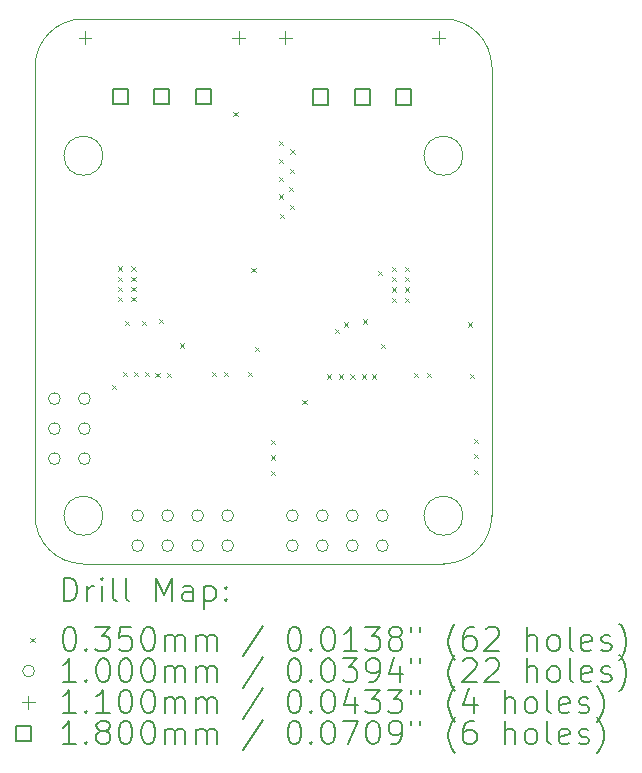
<source format=gbr>
%TF.GenerationSoftware,KiCad,Pcbnew,7.0.1*%
%TF.CreationDate,2023-08-31T02:32:48+03:00*%
%TF.ProjectId,miranda-pdb,6d697261-6e64-4612-9d70-64622e6b6963,rev?*%
%TF.SameCoordinates,Original*%
%TF.FileFunction,Drillmap*%
%TF.FilePolarity,Positive*%
%FSLAX45Y45*%
G04 Gerber Fmt 4.5, Leading zero omitted, Abs format (unit mm)*
G04 Created by KiCad (PCBNEW 7.0.1) date 2023-08-31 02:32:48*
%MOMM*%
%LPD*%
G01*
G04 APERTURE LIST*
%ADD10C,0.100000*%
%ADD11C,0.200000*%
%ADD12C,0.035000*%
%ADD13C,0.110000*%
%ADD14C,0.180000*%
G04 APERTURE END LIST*
D10*
X7960360Y-12954000D02*
G75*
G03*
X8366760Y-13360400I406400J0D01*
G01*
X11419840Y-13360400D02*
G75*
G03*
X11826240Y-12954000I0J406400D01*
G01*
X8366760Y-8747760D02*
G75*
G03*
X7960360Y-9154160I0J-406400D01*
G01*
X11826240Y-9154160D02*
G75*
G03*
X11419840Y-8747760I-406400J0D01*
G01*
X8366760Y-13360400D02*
X11419840Y-13360400D01*
X7960360Y-9154160D02*
X7960360Y-12954000D01*
X11419840Y-8747760D02*
X8366760Y-8747760D01*
X11826240Y-9154160D02*
X11826240Y-12954000D01*
X11582400Y-12954000D02*
G75*
G03*
X11582400Y-12954000I-165100J0D01*
G01*
X8534400Y-12954000D02*
G75*
G03*
X8534400Y-12954000I-165100J0D01*
G01*
X8534400Y-9906000D02*
G75*
G03*
X8534400Y-9906000I-165100J0D01*
G01*
X11582400Y-9906000D02*
G75*
G03*
X11582400Y-9906000I-165100J0D01*
G01*
D11*
D12*
X8608340Y-11844300D02*
X8643340Y-11879300D01*
X8643340Y-11844300D02*
X8608340Y-11879300D01*
X8664220Y-10843540D02*
X8699220Y-10878540D01*
X8699220Y-10843540D02*
X8664220Y-10878540D01*
X8664220Y-10929900D02*
X8699220Y-10964900D01*
X8699220Y-10929900D02*
X8664220Y-10964900D01*
X8664220Y-11016260D02*
X8699220Y-11051260D01*
X8699220Y-11016260D02*
X8664220Y-11051260D01*
X8664220Y-11102620D02*
X8699220Y-11137620D01*
X8699220Y-11102620D02*
X8664220Y-11137620D01*
X8704860Y-11737620D02*
X8739860Y-11772620D01*
X8739860Y-11737620D02*
X8704860Y-11772620D01*
X8717560Y-11302200D02*
X8752560Y-11337200D01*
X8752560Y-11302200D02*
X8717560Y-11337200D01*
X8775980Y-10843540D02*
X8810980Y-10878540D01*
X8810980Y-10843540D02*
X8775980Y-10878540D01*
X8775980Y-10929900D02*
X8810980Y-10964900D01*
X8810980Y-10929900D02*
X8775980Y-10964900D01*
X8775980Y-11016260D02*
X8810980Y-11051260D01*
X8810980Y-11016260D02*
X8775980Y-11051260D01*
X8775980Y-11102620D02*
X8810980Y-11137620D01*
X8810980Y-11102620D02*
X8775980Y-11137620D01*
X8796300Y-11737620D02*
X8831300Y-11772620D01*
X8831300Y-11737620D02*
X8796300Y-11772620D01*
X8864880Y-11302200D02*
X8899880Y-11337200D01*
X8899880Y-11302200D02*
X8864880Y-11337200D01*
X8887740Y-11737620D02*
X8922740Y-11772620D01*
X8922740Y-11737620D02*
X8887740Y-11772620D01*
X8979180Y-11742700D02*
X9014180Y-11777700D01*
X9014180Y-11742700D02*
X8979180Y-11777700D01*
X9012200Y-11286960D02*
X9047200Y-11321960D01*
X9047200Y-11286960D02*
X9012200Y-11321960D01*
X9075700Y-11742700D02*
X9110700Y-11777700D01*
X9110700Y-11742700D02*
X9075700Y-11777700D01*
X9184920Y-11495240D02*
X9219920Y-11530240D01*
X9219920Y-11495240D02*
X9184920Y-11530240D01*
X9454160Y-11739080D02*
X9489160Y-11774080D01*
X9489160Y-11739080D02*
X9454160Y-11774080D01*
X9560840Y-11739080D02*
X9595840Y-11774080D01*
X9595840Y-11739080D02*
X9560840Y-11774080D01*
X9639580Y-9532900D02*
X9674580Y-9567900D01*
X9674580Y-9532900D02*
X9639580Y-9567900D01*
X9764040Y-11734000D02*
X9799040Y-11769000D01*
X9799040Y-11734000D02*
X9764040Y-11769000D01*
X9791980Y-10858780D02*
X9826980Y-10893780D01*
X9826980Y-10858780D02*
X9791980Y-10893780D01*
X9825000Y-11525720D02*
X9860000Y-11560720D01*
X9860000Y-11525720D02*
X9825000Y-11560720D01*
X9959620Y-12311660D02*
X9994620Y-12346660D01*
X9994620Y-12311660D02*
X9959620Y-12346660D01*
X9959620Y-12443740D02*
X9994620Y-12478740D01*
X9994620Y-12443740D02*
X9959620Y-12478740D01*
X9959620Y-12575820D02*
X9994620Y-12610820D01*
X9994620Y-12575820D02*
X9959620Y-12610820D01*
X10025660Y-9781820D02*
X10060660Y-9816820D01*
X10060660Y-9781820D02*
X10025660Y-9816820D01*
X10025660Y-9934220D02*
X10060660Y-9969220D01*
X10060660Y-9934220D02*
X10025660Y-9969220D01*
X10025660Y-10086620D02*
X10060660Y-10121620D01*
X10060660Y-10086620D02*
X10025660Y-10121620D01*
X10025660Y-10233940D02*
X10060660Y-10268940D01*
X10060660Y-10233940D02*
X10025660Y-10268940D01*
X10030740Y-10401580D02*
X10065740Y-10436580D01*
X10065740Y-10401580D02*
X10030740Y-10436580D01*
X10112020Y-10172980D02*
X10147020Y-10207980D01*
X10147020Y-10172980D02*
X10112020Y-10207980D01*
X10117100Y-10015500D02*
X10152100Y-10050500D01*
X10152100Y-10015500D02*
X10117100Y-10050500D01*
X10117100Y-10320300D02*
X10152100Y-10355300D01*
X10152100Y-10320300D02*
X10117100Y-10355300D01*
X10122180Y-9852940D02*
X10157180Y-9887940D01*
X10157180Y-9852940D02*
X10122180Y-9887940D01*
X10223780Y-11976380D02*
X10258780Y-12011380D01*
X10258780Y-11976380D02*
X10223780Y-12011380D01*
X10432060Y-11757940D02*
X10467060Y-11792940D01*
X10467060Y-11757940D02*
X10432060Y-11792940D01*
X10500640Y-11373320D02*
X10535640Y-11408320D01*
X10535640Y-11373320D02*
X10500640Y-11408320D01*
X10533660Y-11757940D02*
X10568660Y-11792940D01*
X10568660Y-11757940D02*
X10533660Y-11792940D01*
X10576840Y-11317440D02*
X10611840Y-11352440D01*
X10611840Y-11317440D02*
X10576840Y-11352440D01*
X10630180Y-11757940D02*
X10665180Y-11792940D01*
X10665180Y-11757940D02*
X10630180Y-11792940D01*
X10726700Y-11757940D02*
X10761700Y-11792940D01*
X10761700Y-11757940D02*
X10726700Y-11792940D01*
X10734320Y-11292040D02*
X10769320Y-11327040D01*
X10769320Y-11292040D02*
X10734320Y-11327040D01*
X10813060Y-11757940D02*
X10848060Y-11792940D01*
X10848060Y-11757940D02*
X10813060Y-11792940D01*
X10863860Y-10884180D02*
X10898860Y-10919180D01*
X10898860Y-10884180D02*
X10863860Y-10919180D01*
X10886720Y-11500320D02*
X10921720Y-11535320D01*
X10921720Y-11500320D02*
X10886720Y-11535320D01*
X10980700Y-10848620D02*
X11015700Y-10883620D01*
X11015700Y-10848620D02*
X10980700Y-10883620D01*
X10980700Y-10934980D02*
X11015700Y-10969980D01*
X11015700Y-10934980D02*
X10980700Y-10969980D01*
X10980700Y-11021340D02*
X11015700Y-11056340D01*
X11015700Y-11021340D02*
X10980700Y-11056340D01*
X10980700Y-11107700D02*
X11015700Y-11142700D01*
X11015700Y-11107700D02*
X10980700Y-11142700D01*
X11092460Y-10848620D02*
X11127460Y-10883620D01*
X11127460Y-10848620D02*
X11092460Y-10883620D01*
X11092460Y-10934980D02*
X11127460Y-10969980D01*
X11127460Y-10934980D02*
X11092460Y-10969980D01*
X11092460Y-11021340D02*
X11127460Y-11056340D01*
X11127460Y-11021340D02*
X11092460Y-11056340D01*
X11092460Y-11107700D02*
X11127460Y-11142700D01*
X11127460Y-11107700D02*
X11092460Y-11142700D01*
X11171200Y-11744160D02*
X11206200Y-11779160D01*
X11206200Y-11744160D02*
X11171200Y-11779160D01*
X11277880Y-11744160D02*
X11312880Y-11779160D01*
X11312880Y-11744160D02*
X11277880Y-11779160D01*
X11623320Y-11317440D02*
X11658320Y-11352440D01*
X11658320Y-11317440D02*
X11623320Y-11352440D01*
X11641100Y-11754320D02*
X11676100Y-11789320D01*
X11676100Y-11754320D02*
X11641100Y-11789320D01*
X11676660Y-12301500D02*
X11711660Y-12336500D01*
X11711660Y-12301500D02*
X11676660Y-12336500D01*
X11676660Y-12433580D02*
X11711660Y-12468580D01*
X11711660Y-12433580D02*
X11676660Y-12468580D01*
X11676660Y-12565660D02*
X11711660Y-12600660D01*
X11711660Y-12565660D02*
X11676660Y-12600660D01*
D10*
X8174040Y-11961900D02*
G75*
G03*
X8174040Y-11961900I-50000J0D01*
G01*
X8174040Y-12215900D02*
G75*
G03*
X8174040Y-12215900I-50000J0D01*
G01*
X8174040Y-12469900D02*
G75*
G03*
X8174040Y-12469900I-50000J0D01*
G01*
X8428040Y-11961900D02*
G75*
G03*
X8428040Y-11961900I-50000J0D01*
G01*
X8428040Y-12215900D02*
G75*
G03*
X8428040Y-12215900I-50000J0D01*
G01*
X8428040Y-12469900D02*
G75*
G03*
X8428040Y-12469900I-50000J0D01*
G01*
X8878040Y-12952880D02*
G75*
G03*
X8878040Y-12952880I-50000J0D01*
G01*
X8878040Y-13206880D02*
G75*
G03*
X8878040Y-13206880I-50000J0D01*
G01*
X9132040Y-12952880D02*
G75*
G03*
X9132040Y-12952880I-50000J0D01*
G01*
X9132040Y-13206880D02*
G75*
G03*
X9132040Y-13206880I-50000J0D01*
G01*
X9386040Y-12952880D02*
G75*
G03*
X9386040Y-12952880I-50000J0D01*
G01*
X9386040Y-13206880D02*
G75*
G03*
X9386040Y-13206880I-50000J0D01*
G01*
X9640040Y-12952880D02*
G75*
G03*
X9640040Y-12952880I-50000J0D01*
G01*
X9640040Y-13206880D02*
G75*
G03*
X9640040Y-13206880I-50000J0D01*
G01*
X10188680Y-12952880D02*
G75*
G03*
X10188680Y-12952880I-50000J0D01*
G01*
X10188680Y-13206880D02*
G75*
G03*
X10188680Y-13206880I-50000J0D01*
G01*
X10442680Y-12952880D02*
G75*
G03*
X10442680Y-12952880I-50000J0D01*
G01*
X10442680Y-13206880D02*
G75*
G03*
X10442680Y-13206880I-50000J0D01*
G01*
X10696680Y-12952880D02*
G75*
G03*
X10696680Y-12952880I-50000J0D01*
G01*
X10696680Y-13206880D02*
G75*
G03*
X10696680Y-13206880I-50000J0D01*
G01*
X10950680Y-12952880D02*
G75*
G03*
X10950680Y-12952880I-50000J0D01*
G01*
X10950680Y-13206880D02*
G75*
G03*
X10950680Y-13206880I-50000J0D01*
G01*
D13*
X8382760Y-8853160D02*
X8382760Y-8963160D01*
X8327760Y-8908160D02*
X8437760Y-8908160D01*
X9682760Y-8853160D02*
X9682760Y-8963160D01*
X9627760Y-8908160D02*
X9737760Y-8908160D01*
X10078960Y-8853600D02*
X10078960Y-8963600D01*
X10023960Y-8908600D02*
X10133960Y-8908600D01*
X11378960Y-8853600D02*
X11378960Y-8963600D01*
X11323960Y-8908600D02*
X11433960Y-8908600D01*
D14*
X8746400Y-9471800D02*
X8746400Y-9344520D01*
X8619120Y-9344520D01*
X8619120Y-9471800D01*
X8746400Y-9471800D01*
X9096400Y-9471800D02*
X9096400Y-9344520D01*
X8969120Y-9344520D01*
X8969120Y-9471800D01*
X9096400Y-9471800D01*
X9446400Y-9471800D02*
X9446400Y-9344520D01*
X9319120Y-9344520D01*
X9319120Y-9471800D01*
X9446400Y-9471800D01*
X10442600Y-9472240D02*
X10442600Y-9344960D01*
X10315320Y-9344960D01*
X10315320Y-9472240D01*
X10442600Y-9472240D01*
X10792600Y-9472240D02*
X10792600Y-9344960D01*
X10665320Y-9344960D01*
X10665320Y-9472240D01*
X10792600Y-9472240D01*
X11142600Y-9472240D02*
X11142600Y-9344960D01*
X11015320Y-9344960D01*
X11015320Y-9472240D01*
X11142600Y-9472240D01*
D11*
X8202979Y-13677924D02*
X8202979Y-13477924D01*
X8202979Y-13477924D02*
X8250598Y-13477924D01*
X8250598Y-13477924D02*
X8279169Y-13487448D01*
X8279169Y-13487448D02*
X8298217Y-13506495D01*
X8298217Y-13506495D02*
X8307741Y-13525543D01*
X8307741Y-13525543D02*
X8317265Y-13563638D01*
X8317265Y-13563638D02*
X8317265Y-13592209D01*
X8317265Y-13592209D02*
X8307741Y-13630305D01*
X8307741Y-13630305D02*
X8298217Y-13649352D01*
X8298217Y-13649352D02*
X8279169Y-13668400D01*
X8279169Y-13668400D02*
X8250598Y-13677924D01*
X8250598Y-13677924D02*
X8202979Y-13677924D01*
X8402979Y-13677924D02*
X8402979Y-13544590D01*
X8402979Y-13582686D02*
X8412503Y-13563638D01*
X8412503Y-13563638D02*
X8422027Y-13554114D01*
X8422027Y-13554114D02*
X8441074Y-13544590D01*
X8441074Y-13544590D02*
X8460122Y-13544590D01*
X8526789Y-13677924D02*
X8526789Y-13544590D01*
X8526789Y-13477924D02*
X8517265Y-13487448D01*
X8517265Y-13487448D02*
X8526789Y-13496971D01*
X8526789Y-13496971D02*
X8536312Y-13487448D01*
X8536312Y-13487448D02*
X8526789Y-13477924D01*
X8526789Y-13477924D02*
X8526789Y-13496971D01*
X8650598Y-13677924D02*
X8631550Y-13668400D01*
X8631550Y-13668400D02*
X8622027Y-13649352D01*
X8622027Y-13649352D02*
X8622027Y-13477924D01*
X8755360Y-13677924D02*
X8736312Y-13668400D01*
X8736312Y-13668400D02*
X8726789Y-13649352D01*
X8726789Y-13649352D02*
X8726789Y-13477924D01*
X8983931Y-13677924D02*
X8983931Y-13477924D01*
X8983931Y-13477924D02*
X9050598Y-13620781D01*
X9050598Y-13620781D02*
X9117265Y-13477924D01*
X9117265Y-13477924D02*
X9117265Y-13677924D01*
X9298217Y-13677924D02*
X9298217Y-13573162D01*
X9298217Y-13573162D02*
X9288693Y-13554114D01*
X9288693Y-13554114D02*
X9269646Y-13544590D01*
X9269646Y-13544590D02*
X9231550Y-13544590D01*
X9231550Y-13544590D02*
X9212503Y-13554114D01*
X9298217Y-13668400D02*
X9279170Y-13677924D01*
X9279170Y-13677924D02*
X9231550Y-13677924D01*
X9231550Y-13677924D02*
X9212503Y-13668400D01*
X9212503Y-13668400D02*
X9202979Y-13649352D01*
X9202979Y-13649352D02*
X9202979Y-13630305D01*
X9202979Y-13630305D02*
X9212503Y-13611257D01*
X9212503Y-13611257D02*
X9231550Y-13601733D01*
X9231550Y-13601733D02*
X9279170Y-13601733D01*
X9279170Y-13601733D02*
X9298217Y-13592209D01*
X9393455Y-13544590D02*
X9393455Y-13744590D01*
X9393455Y-13554114D02*
X9412503Y-13544590D01*
X9412503Y-13544590D02*
X9450598Y-13544590D01*
X9450598Y-13544590D02*
X9469646Y-13554114D01*
X9469646Y-13554114D02*
X9479170Y-13563638D01*
X9479170Y-13563638D02*
X9488693Y-13582686D01*
X9488693Y-13582686D02*
X9488693Y-13639828D01*
X9488693Y-13639828D02*
X9479170Y-13658876D01*
X9479170Y-13658876D02*
X9469646Y-13668400D01*
X9469646Y-13668400D02*
X9450598Y-13677924D01*
X9450598Y-13677924D02*
X9412503Y-13677924D01*
X9412503Y-13677924D02*
X9393455Y-13668400D01*
X9574408Y-13658876D02*
X9583931Y-13668400D01*
X9583931Y-13668400D02*
X9574408Y-13677924D01*
X9574408Y-13677924D02*
X9564884Y-13668400D01*
X9564884Y-13668400D02*
X9574408Y-13658876D01*
X9574408Y-13658876D02*
X9574408Y-13677924D01*
X9574408Y-13554114D02*
X9583931Y-13563638D01*
X9583931Y-13563638D02*
X9574408Y-13573162D01*
X9574408Y-13573162D02*
X9564884Y-13563638D01*
X9564884Y-13563638D02*
X9574408Y-13554114D01*
X9574408Y-13554114D02*
X9574408Y-13573162D01*
D12*
X7920360Y-13987900D02*
X7955360Y-14022900D01*
X7955360Y-13987900D02*
X7920360Y-14022900D01*
D11*
X8241074Y-13897924D02*
X8260122Y-13897924D01*
X8260122Y-13897924D02*
X8279169Y-13907448D01*
X8279169Y-13907448D02*
X8288693Y-13916971D01*
X8288693Y-13916971D02*
X8298217Y-13936019D01*
X8298217Y-13936019D02*
X8307741Y-13974114D01*
X8307741Y-13974114D02*
X8307741Y-14021733D01*
X8307741Y-14021733D02*
X8298217Y-14059828D01*
X8298217Y-14059828D02*
X8288693Y-14078876D01*
X8288693Y-14078876D02*
X8279169Y-14088400D01*
X8279169Y-14088400D02*
X8260122Y-14097924D01*
X8260122Y-14097924D02*
X8241074Y-14097924D01*
X8241074Y-14097924D02*
X8222027Y-14088400D01*
X8222027Y-14088400D02*
X8212503Y-14078876D01*
X8212503Y-14078876D02*
X8202979Y-14059828D01*
X8202979Y-14059828D02*
X8193455Y-14021733D01*
X8193455Y-14021733D02*
X8193455Y-13974114D01*
X8193455Y-13974114D02*
X8202979Y-13936019D01*
X8202979Y-13936019D02*
X8212503Y-13916971D01*
X8212503Y-13916971D02*
X8222027Y-13907448D01*
X8222027Y-13907448D02*
X8241074Y-13897924D01*
X8393455Y-14078876D02*
X8402979Y-14088400D01*
X8402979Y-14088400D02*
X8393455Y-14097924D01*
X8393455Y-14097924D02*
X8383931Y-14088400D01*
X8383931Y-14088400D02*
X8393455Y-14078876D01*
X8393455Y-14078876D02*
X8393455Y-14097924D01*
X8469646Y-13897924D02*
X8593455Y-13897924D01*
X8593455Y-13897924D02*
X8526789Y-13974114D01*
X8526789Y-13974114D02*
X8555360Y-13974114D01*
X8555360Y-13974114D02*
X8574408Y-13983638D01*
X8574408Y-13983638D02*
X8583931Y-13993162D01*
X8583931Y-13993162D02*
X8593455Y-14012209D01*
X8593455Y-14012209D02*
X8593455Y-14059828D01*
X8593455Y-14059828D02*
X8583931Y-14078876D01*
X8583931Y-14078876D02*
X8574408Y-14088400D01*
X8574408Y-14088400D02*
X8555360Y-14097924D01*
X8555360Y-14097924D02*
X8498217Y-14097924D01*
X8498217Y-14097924D02*
X8479170Y-14088400D01*
X8479170Y-14088400D02*
X8469646Y-14078876D01*
X8774408Y-13897924D02*
X8679170Y-13897924D01*
X8679170Y-13897924D02*
X8669646Y-13993162D01*
X8669646Y-13993162D02*
X8679170Y-13983638D01*
X8679170Y-13983638D02*
X8698217Y-13974114D01*
X8698217Y-13974114D02*
X8745836Y-13974114D01*
X8745836Y-13974114D02*
X8764884Y-13983638D01*
X8764884Y-13983638D02*
X8774408Y-13993162D01*
X8774408Y-13993162D02*
X8783931Y-14012209D01*
X8783931Y-14012209D02*
X8783931Y-14059828D01*
X8783931Y-14059828D02*
X8774408Y-14078876D01*
X8774408Y-14078876D02*
X8764884Y-14088400D01*
X8764884Y-14088400D02*
X8745836Y-14097924D01*
X8745836Y-14097924D02*
X8698217Y-14097924D01*
X8698217Y-14097924D02*
X8679170Y-14088400D01*
X8679170Y-14088400D02*
X8669646Y-14078876D01*
X8907741Y-13897924D02*
X8926789Y-13897924D01*
X8926789Y-13897924D02*
X8945836Y-13907448D01*
X8945836Y-13907448D02*
X8955360Y-13916971D01*
X8955360Y-13916971D02*
X8964884Y-13936019D01*
X8964884Y-13936019D02*
X8974408Y-13974114D01*
X8974408Y-13974114D02*
X8974408Y-14021733D01*
X8974408Y-14021733D02*
X8964884Y-14059828D01*
X8964884Y-14059828D02*
X8955360Y-14078876D01*
X8955360Y-14078876D02*
X8945836Y-14088400D01*
X8945836Y-14088400D02*
X8926789Y-14097924D01*
X8926789Y-14097924D02*
X8907741Y-14097924D01*
X8907741Y-14097924D02*
X8888693Y-14088400D01*
X8888693Y-14088400D02*
X8879170Y-14078876D01*
X8879170Y-14078876D02*
X8869646Y-14059828D01*
X8869646Y-14059828D02*
X8860122Y-14021733D01*
X8860122Y-14021733D02*
X8860122Y-13974114D01*
X8860122Y-13974114D02*
X8869646Y-13936019D01*
X8869646Y-13936019D02*
X8879170Y-13916971D01*
X8879170Y-13916971D02*
X8888693Y-13907448D01*
X8888693Y-13907448D02*
X8907741Y-13897924D01*
X9060122Y-14097924D02*
X9060122Y-13964590D01*
X9060122Y-13983638D02*
X9069646Y-13974114D01*
X9069646Y-13974114D02*
X9088693Y-13964590D01*
X9088693Y-13964590D02*
X9117265Y-13964590D01*
X9117265Y-13964590D02*
X9136312Y-13974114D01*
X9136312Y-13974114D02*
X9145836Y-13993162D01*
X9145836Y-13993162D02*
X9145836Y-14097924D01*
X9145836Y-13993162D02*
X9155360Y-13974114D01*
X9155360Y-13974114D02*
X9174408Y-13964590D01*
X9174408Y-13964590D02*
X9202979Y-13964590D01*
X9202979Y-13964590D02*
X9222027Y-13974114D01*
X9222027Y-13974114D02*
X9231551Y-13993162D01*
X9231551Y-13993162D02*
X9231551Y-14097924D01*
X9326789Y-14097924D02*
X9326789Y-13964590D01*
X9326789Y-13983638D02*
X9336312Y-13974114D01*
X9336312Y-13974114D02*
X9355360Y-13964590D01*
X9355360Y-13964590D02*
X9383932Y-13964590D01*
X9383932Y-13964590D02*
X9402979Y-13974114D01*
X9402979Y-13974114D02*
X9412503Y-13993162D01*
X9412503Y-13993162D02*
X9412503Y-14097924D01*
X9412503Y-13993162D02*
X9422027Y-13974114D01*
X9422027Y-13974114D02*
X9441074Y-13964590D01*
X9441074Y-13964590D02*
X9469646Y-13964590D01*
X9469646Y-13964590D02*
X9488693Y-13974114D01*
X9488693Y-13974114D02*
X9498217Y-13993162D01*
X9498217Y-13993162D02*
X9498217Y-14097924D01*
X9888693Y-13888400D02*
X9717265Y-14145543D01*
X10145836Y-13897924D02*
X10164884Y-13897924D01*
X10164884Y-13897924D02*
X10183932Y-13907448D01*
X10183932Y-13907448D02*
X10193455Y-13916971D01*
X10193455Y-13916971D02*
X10202979Y-13936019D01*
X10202979Y-13936019D02*
X10212503Y-13974114D01*
X10212503Y-13974114D02*
X10212503Y-14021733D01*
X10212503Y-14021733D02*
X10202979Y-14059828D01*
X10202979Y-14059828D02*
X10193455Y-14078876D01*
X10193455Y-14078876D02*
X10183932Y-14088400D01*
X10183932Y-14088400D02*
X10164884Y-14097924D01*
X10164884Y-14097924D02*
X10145836Y-14097924D01*
X10145836Y-14097924D02*
X10126789Y-14088400D01*
X10126789Y-14088400D02*
X10117265Y-14078876D01*
X10117265Y-14078876D02*
X10107741Y-14059828D01*
X10107741Y-14059828D02*
X10098217Y-14021733D01*
X10098217Y-14021733D02*
X10098217Y-13974114D01*
X10098217Y-13974114D02*
X10107741Y-13936019D01*
X10107741Y-13936019D02*
X10117265Y-13916971D01*
X10117265Y-13916971D02*
X10126789Y-13907448D01*
X10126789Y-13907448D02*
X10145836Y-13897924D01*
X10298217Y-14078876D02*
X10307741Y-14088400D01*
X10307741Y-14088400D02*
X10298217Y-14097924D01*
X10298217Y-14097924D02*
X10288694Y-14088400D01*
X10288694Y-14088400D02*
X10298217Y-14078876D01*
X10298217Y-14078876D02*
X10298217Y-14097924D01*
X10431551Y-13897924D02*
X10450598Y-13897924D01*
X10450598Y-13897924D02*
X10469646Y-13907448D01*
X10469646Y-13907448D02*
X10479170Y-13916971D01*
X10479170Y-13916971D02*
X10488694Y-13936019D01*
X10488694Y-13936019D02*
X10498217Y-13974114D01*
X10498217Y-13974114D02*
X10498217Y-14021733D01*
X10498217Y-14021733D02*
X10488694Y-14059828D01*
X10488694Y-14059828D02*
X10479170Y-14078876D01*
X10479170Y-14078876D02*
X10469646Y-14088400D01*
X10469646Y-14088400D02*
X10450598Y-14097924D01*
X10450598Y-14097924D02*
X10431551Y-14097924D01*
X10431551Y-14097924D02*
X10412503Y-14088400D01*
X10412503Y-14088400D02*
X10402979Y-14078876D01*
X10402979Y-14078876D02*
X10393455Y-14059828D01*
X10393455Y-14059828D02*
X10383932Y-14021733D01*
X10383932Y-14021733D02*
X10383932Y-13974114D01*
X10383932Y-13974114D02*
X10393455Y-13936019D01*
X10393455Y-13936019D02*
X10402979Y-13916971D01*
X10402979Y-13916971D02*
X10412503Y-13907448D01*
X10412503Y-13907448D02*
X10431551Y-13897924D01*
X10688694Y-14097924D02*
X10574408Y-14097924D01*
X10631551Y-14097924D02*
X10631551Y-13897924D01*
X10631551Y-13897924D02*
X10612503Y-13926495D01*
X10612503Y-13926495D02*
X10593455Y-13945543D01*
X10593455Y-13945543D02*
X10574408Y-13955067D01*
X10755360Y-13897924D02*
X10879170Y-13897924D01*
X10879170Y-13897924D02*
X10812503Y-13974114D01*
X10812503Y-13974114D02*
X10841075Y-13974114D01*
X10841075Y-13974114D02*
X10860122Y-13983638D01*
X10860122Y-13983638D02*
X10869646Y-13993162D01*
X10869646Y-13993162D02*
X10879170Y-14012209D01*
X10879170Y-14012209D02*
X10879170Y-14059828D01*
X10879170Y-14059828D02*
X10869646Y-14078876D01*
X10869646Y-14078876D02*
X10860122Y-14088400D01*
X10860122Y-14088400D02*
X10841075Y-14097924D01*
X10841075Y-14097924D02*
X10783932Y-14097924D01*
X10783932Y-14097924D02*
X10764884Y-14088400D01*
X10764884Y-14088400D02*
X10755360Y-14078876D01*
X10993455Y-13983638D02*
X10974408Y-13974114D01*
X10974408Y-13974114D02*
X10964884Y-13964590D01*
X10964884Y-13964590D02*
X10955360Y-13945543D01*
X10955360Y-13945543D02*
X10955360Y-13936019D01*
X10955360Y-13936019D02*
X10964884Y-13916971D01*
X10964884Y-13916971D02*
X10974408Y-13907448D01*
X10974408Y-13907448D02*
X10993455Y-13897924D01*
X10993455Y-13897924D02*
X11031551Y-13897924D01*
X11031551Y-13897924D02*
X11050598Y-13907448D01*
X11050598Y-13907448D02*
X11060122Y-13916971D01*
X11060122Y-13916971D02*
X11069646Y-13936019D01*
X11069646Y-13936019D02*
X11069646Y-13945543D01*
X11069646Y-13945543D02*
X11060122Y-13964590D01*
X11060122Y-13964590D02*
X11050598Y-13974114D01*
X11050598Y-13974114D02*
X11031551Y-13983638D01*
X11031551Y-13983638D02*
X10993455Y-13983638D01*
X10993455Y-13983638D02*
X10974408Y-13993162D01*
X10974408Y-13993162D02*
X10964884Y-14002686D01*
X10964884Y-14002686D02*
X10955360Y-14021733D01*
X10955360Y-14021733D02*
X10955360Y-14059828D01*
X10955360Y-14059828D02*
X10964884Y-14078876D01*
X10964884Y-14078876D02*
X10974408Y-14088400D01*
X10974408Y-14088400D02*
X10993455Y-14097924D01*
X10993455Y-14097924D02*
X11031551Y-14097924D01*
X11031551Y-14097924D02*
X11050598Y-14088400D01*
X11050598Y-14088400D02*
X11060122Y-14078876D01*
X11060122Y-14078876D02*
X11069646Y-14059828D01*
X11069646Y-14059828D02*
X11069646Y-14021733D01*
X11069646Y-14021733D02*
X11060122Y-14002686D01*
X11060122Y-14002686D02*
X11050598Y-13993162D01*
X11050598Y-13993162D02*
X11031551Y-13983638D01*
X11145836Y-13897924D02*
X11145836Y-13936019D01*
X11222027Y-13897924D02*
X11222027Y-13936019D01*
X11517265Y-14174114D02*
X11507741Y-14164590D01*
X11507741Y-14164590D02*
X11488694Y-14136019D01*
X11488694Y-14136019D02*
X11479170Y-14116971D01*
X11479170Y-14116971D02*
X11469646Y-14088400D01*
X11469646Y-14088400D02*
X11460122Y-14040781D01*
X11460122Y-14040781D02*
X11460122Y-14002686D01*
X11460122Y-14002686D02*
X11469646Y-13955067D01*
X11469646Y-13955067D02*
X11479170Y-13926495D01*
X11479170Y-13926495D02*
X11488694Y-13907448D01*
X11488694Y-13907448D02*
X11507741Y-13878876D01*
X11507741Y-13878876D02*
X11517265Y-13869352D01*
X11679170Y-13897924D02*
X11641074Y-13897924D01*
X11641074Y-13897924D02*
X11622027Y-13907448D01*
X11622027Y-13907448D02*
X11612503Y-13916971D01*
X11612503Y-13916971D02*
X11593455Y-13945543D01*
X11593455Y-13945543D02*
X11583932Y-13983638D01*
X11583932Y-13983638D02*
X11583932Y-14059828D01*
X11583932Y-14059828D02*
X11593455Y-14078876D01*
X11593455Y-14078876D02*
X11602979Y-14088400D01*
X11602979Y-14088400D02*
X11622027Y-14097924D01*
X11622027Y-14097924D02*
X11660122Y-14097924D01*
X11660122Y-14097924D02*
X11679170Y-14088400D01*
X11679170Y-14088400D02*
X11688694Y-14078876D01*
X11688694Y-14078876D02*
X11698217Y-14059828D01*
X11698217Y-14059828D02*
X11698217Y-14012209D01*
X11698217Y-14012209D02*
X11688694Y-13993162D01*
X11688694Y-13993162D02*
X11679170Y-13983638D01*
X11679170Y-13983638D02*
X11660122Y-13974114D01*
X11660122Y-13974114D02*
X11622027Y-13974114D01*
X11622027Y-13974114D02*
X11602979Y-13983638D01*
X11602979Y-13983638D02*
X11593455Y-13993162D01*
X11593455Y-13993162D02*
X11583932Y-14012209D01*
X11774408Y-13916971D02*
X11783932Y-13907448D01*
X11783932Y-13907448D02*
X11802979Y-13897924D01*
X11802979Y-13897924D02*
X11850598Y-13897924D01*
X11850598Y-13897924D02*
X11869646Y-13907448D01*
X11869646Y-13907448D02*
X11879170Y-13916971D01*
X11879170Y-13916971D02*
X11888694Y-13936019D01*
X11888694Y-13936019D02*
X11888694Y-13955067D01*
X11888694Y-13955067D02*
X11879170Y-13983638D01*
X11879170Y-13983638D02*
X11764884Y-14097924D01*
X11764884Y-14097924D02*
X11888694Y-14097924D01*
X12126789Y-14097924D02*
X12126789Y-13897924D01*
X12212503Y-14097924D02*
X12212503Y-13993162D01*
X12212503Y-13993162D02*
X12202979Y-13974114D01*
X12202979Y-13974114D02*
X12183932Y-13964590D01*
X12183932Y-13964590D02*
X12155360Y-13964590D01*
X12155360Y-13964590D02*
X12136313Y-13974114D01*
X12136313Y-13974114D02*
X12126789Y-13983638D01*
X12336313Y-14097924D02*
X12317265Y-14088400D01*
X12317265Y-14088400D02*
X12307741Y-14078876D01*
X12307741Y-14078876D02*
X12298217Y-14059828D01*
X12298217Y-14059828D02*
X12298217Y-14002686D01*
X12298217Y-14002686D02*
X12307741Y-13983638D01*
X12307741Y-13983638D02*
X12317265Y-13974114D01*
X12317265Y-13974114D02*
X12336313Y-13964590D01*
X12336313Y-13964590D02*
X12364884Y-13964590D01*
X12364884Y-13964590D02*
X12383932Y-13974114D01*
X12383932Y-13974114D02*
X12393456Y-13983638D01*
X12393456Y-13983638D02*
X12402979Y-14002686D01*
X12402979Y-14002686D02*
X12402979Y-14059828D01*
X12402979Y-14059828D02*
X12393456Y-14078876D01*
X12393456Y-14078876D02*
X12383932Y-14088400D01*
X12383932Y-14088400D02*
X12364884Y-14097924D01*
X12364884Y-14097924D02*
X12336313Y-14097924D01*
X12517265Y-14097924D02*
X12498217Y-14088400D01*
X12498217Y-14088400D02*
X12488694Y-14069352D01*
X12488694Y-14069352D02*
X12488694Y-13897924D01*
X12669646Y-14088400D02*
X12650598Y-14097924D01*
X12650598Y-14097924D02*
X12612503Y-14097924D01*
X12612503Y-14097924D02*
X12593456Y-14088400D01*
X12593456Y-14088400D02*
X12583932Y-14069352D01*
X12583932Y-14069352D02*
X12583932Y-13993162D01*
X12583932Y-13993162D02*
X12593456Y-13974114D01*
X12593456Y-13974114D02*
X12612503Y-13964590D01*
X12612503Y-13964590D02*
X12650598Y-13964590D01*
X12650598Y-13964590D02*
X12669646Y-13974114D01*
X12669646Y-13974114D02*
X12679170Y-13993162D01*
X12679170Y-13993162D02*
X12679170Y-14012209D01*
X12679170Y-14012209D02*
X12583932Y-14031257D01*
X12755360Y-14088400D02*
X12774408Y-14097924D01*
X12774408Y-14097924D02*
X12812503Y-14097924D01*
X12812503Y-14097924D02*
X12831551Y-14088400D01*
X12831551Y-14088400D02*
X12841075Y-14069352D01*
X12841075Y-14069352D02*
X12841075Y-14059828D01*
X12841075Y-14059828D02*
X12831551Y-14040781D01*
X12831551Y-14040781D02*
X12812503Y-14031257D01*
X12812503Y-14031257D02*
X12783932Y-14031257D01*
X12783932Y-14031257D02*
X12764884Y-14021733D01*
X12764884Y-14021733D02*
X12755360Y-14002686D01*
X12755360Y-14002686D02*
X12755360Y-13993162D01*
X12755360Y-13993162D02*
X12764884Y-13974114D01*
X12764884Y-13974114D02*
X12783932Y-13964590D01*
X12783932Y-13964590D02*
X12812503Y-13964590D01*
X12812503Y-13964590D02*
X12831551Y-13974114D01*
X12907741Y-14174114D02*
X12917265Y-14164590D01*
X12917265Y-14164590D02*
X12936313Y-14136019D01*
X12936313Y-14136019D02*
X12945837Y-14116971D01*
X12945837Y-14116971D02*
X12955360Y-14088400D01*
X12955360Y-14088400D02*
X12964884Y-14040781D01*
X12964884Y-14040781D02*
X12964884Y-14002686D01*
X12964884Y-14002686D02*
X12955360Y-13955067D01*
X12955360Y-13955067D02*
X12945837Y-13926495D01*
X12945837Y-13926495D02*
X12936313Y-13907448D01*
X12936313Y-13907448D02*
X12917265Y-13878876D01*
X12917265Y-13878876D02*
X12907741Y-13869352D01*
D10*
X7955360Y-14269400D02*
G75*
G03*
X7955360Y-14269400I-50000J0D01*
G01*
D11*
X8307741Y-14361924D02*
X8193455Y-14361924D01*
X8250598Y-14361924D02*
X8250598Y-14161924D01*
X8250598Y-14161924D02*
X8231550Y-14190495D01*
X8231550Y-14190495D02*
X8212503Y-14209543D01*
X8212503Y-14209543D02*
X8193455Y-14219067D01*
X8393455Y-14342876D02*
X8402979Y-14352400D01*
X8402979Y-14352400D02*
X8393455Y-14361924D01*
X8393455Y-14361924D02*
X8383931Y-14352400D01*
X8383931Y-14352400D02*
X8393455Y-14342876D01*
X8393455Y-14342876D02*
X8393455Y-14361924D01*
X8526789Y-14161924D02*
X8545836Y-14161924D01*
X8545836Y-14161924D02*
X8564884Y-14171448D01*
X8564884Y-14171448D02*
X8574408Y-14180971D01*
X8574408Y-14180971D02*
X8583931Y-14200019D01*
X8583931Y-14200019D02*
X8593455Y-14238114D01*
X8593455Y-14238114D02*
X8593455Y-14285733D01*
X8593455Y-14285733D02*
X8583931Y-14323828D01*
X8583931Y-14323828D02*
X8574408Y-14342876D01*
X8574408Y-14342876D02*
X8564884Y-14352400D01*
X8564884Y-14352400D02*
X8545836Y-14361924D01*
X8545836Y-14361924D02*
X8526789Y-14361924D01*
X8526789Y-14361924D02*
X8507741Y-14352400D01*
X8507741Y-14352400D02*
X8498217Y-14342876D01*
X8498217Y-14342876D02*
X8488693Y-14323828D01*
X8488693Y-14323828D02*
X8479170Y-14285733D01*
X8479170Y-14285733D02*
X8479170Y-14238114D01*
X8479170Y-14238114D02*
X8488693Y-14200019D01*
X8488693Y-14200019D02*
X8498217Y-14180971D01*
X8498217Y-14180971D02*
X8507741Y-14171448D01*
X8507741Y-14171448D02*
X8526789Y-14161924D01*
X8717265Y-14161924D02*
X8736312Y-14161924D01*
X8736312Y-14161924D02*
X8755360Y-14171448D01*
X8755360Y-14171448D02*
X8764884Y-14180971D01*
X8764884Y-14180971D02*
X8774408Y-14200019D01*
X8774408Y-14200019D02*
X8783931Y-14238114D01*
X8783931Y-14238114D02*
X8783931Y-14285733D01*
X8783931Y-14285733D02*
X8774408Y-14323828D01*
X8774408Y-14323828D02*
X8764884Y-14342876D01*
X8764884Y-14342876D02*
X8755360Y-14352400D01*
X8755360Y-14352400D02*
X8736312Y-14361924D01*
X8736312Y-14361924D02*
X8717265Y-14361924D01*
X8717265Y-14361924D02*
X8698217Y-14352400D01*
X8698217Y-14352400D02*
X8688693Y-14342876D01*
X8688693Y-14342876D02*
X8679170Y-14323828D01*
X8679170Y-14323828D02*
X8669646Y-14285733D01*
X8669646Y-14285733D02*
X8669646Y-14238114D01*
X8669646Y-14238114D02*
X8679170Y-14200019D01*
X8679170Y-14200019D02*
X8688693Y-14180971D01*
X8688693Y-14180971D02*
X8698217Y-14171448D01*
X8698217Y-14171448D02*
X8717265Y-14161924D01*
X8907741Y-14161924D02*
X8926789Y-14161924D01*
X8926789Y-14161924D02*
X8945836Y-14171448D01*
X8945836Y-14171448D02*
X8955360Y-14180971D01*
X8955360Y-14180971D02*
X8964884Y-14200019D01*
X8964884Y-14200019D02*
X8974408Y-14238114D01*
X8974408Y-14238114D02*
X8974408Y-14285733D01*
X8974408Y-14285733D02*
X8964884Y-14323828D01*
X8964884Y-14323828D02*
X8955360Y-14342876D01*
X8955360Y-14342876D02*
X8945836Y-14352400D01*
X8945836Y-14352400D02*
X8926789Y-14361924D01*
X8926789Y-14361924D02*
X8907741Y-14361924D01*
X8907741Y-14361924D02*
X8888693Y-14352400D01*
X8888693Y-14352400D02*
X8879170Y-14342876D01*
X8879170Y-14342876D02*
X8869646Y-14323828D01*
X8869646Y-14323828D02*
X8860122Y-14285733D01*
X8860122Y-14285733D02*
X8860122Y-14238114D01*
X8860122Y-14238114D02*
X8869646Y-14200019D01*
X8869646Y-14200019D02*
X8879170Y-14180971D01*
X8879170Y-14180971D02*
X8888693Y-14171448D01*
X8888693Y-14171448D02*
X8907741Y-14161924D01*
X9060122Y-14361924D02*
X9060122Y-14228590D01*
X9060122Y-14247638D02*
X9069646Y-14238114D01*
X9069646Y-14238114D02*
X9088693Y-14228590D01*
X9088693Y-14228590D02*
X9117265Y-14228590D01*
X9117265Y-14228590D02*
X9136312Y-14238114D01*
X9136312Y-14238114D02*
X9145836Y-14257162D01*
X9145836Y-14257162D02*
X9145836Y-14361924D01*
X9145836Y-14257162D02*
X9155360Y-14238114D01*
X9155360Y-14238114D02*
X9174408Y-14228590D01*
X9174408Y-14228590D02*
X9202979Y-14228590D01*
X9202979Y-14228590D02*
X9222027Y-14238114D01*
X9222027Y-14238114D02*
X9231551Y-14257162D01*
X9231551Y-14257162D02*
X9231551Y-14361924D01*
X9326789Y-14361924D02*
X9326789Y-14228590D01*
X9326789Y-14247638D02*
X9336312Y-14238114D01*
X9336312Y-14238114D02*
X9355360Y-14228590D01*
X9355360Y-14228590D02*
X9383932Y-14228590D01*
X9383932Y-14228590D02*
X9402979Y-14238114D01*
X9402979Y-14238114D02*
X9412503Y-14257162D01*
X9412503Y-14257162D02*
X9412503Y-14361924D01*
X9412503Y-14257162D02*
X9422027Y-14238114D01*
X9422027Y-14238114D02*
X9441074Y-14228590D01*
X9441074Y-14228590D02*
X9469646Y-14228590D01*
X9469646Y-14228590D02*
X9488693Y-14238114D01*
X9488693Y-14238114D02*
X9498217Y-14257162D01*
X9498217Y-14257162D02*
X9498217Y-14361924D01*
X9888693Y-14152400D02*
X9717265Y-14409543D01*
X10145836Y-14161924D02*
X10164884Y-14161924D01*
X10164884Y-14161924D02*
X10183932Y-14171448D01*
X10183932Y-14171448D02*
X10193455Y-14180971D01*
X10193455Y-14180971D02*
X10202979Y-14200019D01*
X10202979Y-14200019D02*
X10212503Y-14238114D01*
X10212503Y-14238114D02*
X10212503Y-14285733D01*
X10212503Y-14285733D02*
X10202979Y-14323828D01*
X10202979Y-14323828D02*
X10193455Y-14342876D01*
X10193455Y-14342876D02*
X10183932Y-14352400D01*
X10183932Y-14352400D02*
X10164884Y-14361924D01*
X10164884Y-14361924D02*
X10145836Y-14361924D01*
X10145836Y-14361924D02*
X10126789Y-14352400D01*
X10126789Y-14352400D02*
X10117265Y-14342876D01*
X10117265Y-14342876D02*
X10107741Y-14323828D01*
X10107741Y-14323828D02*
X10098217Y-14285733D01*
X10098217Y-14285733D02*
X10098217Y-14238114D01*
X10098217Y-14238114D02*
X10107741Y-14200019D01*
X10107741Y-14200019D02*
X10117265Y-14180971D01*
X10117265Y-14180971D02*
X10126789Y-14171448D01*
X10126789Y-14171448D02*
X10145836Y-14161924D01*
X10298217Y-14342876D02*
X10307741Y-14352400D01*
X10307741Y-14352400D02*
X10298217Y-14361924D01*
X10298217Y-14361924D02*
X10288694Y-14352400D01*
X10288694Y-14352400D02*
X10298217Y-14342876D01*
X10298217Y-14342876D02*
X10298217Y-14361924D01*
X10431551Y-14161924D02*
X10450598Y-14161924D01*
X10450598Y-14161924D02*
X10469646Y-14171448D01*
X10469646Y-14171448D02*
X10479170Y-14180971D01*
X10479170Y-14180971D02*
X10488694Y-14200019D01*
X10488694Y-14200019D02*
X10498217Y-14238114D01*
X10498217Y-14238114D02*
X10498217Y-14285733D01*
X10498217Y-14285733D02*
X10488694Y-14323828D01*
X10488694Y-14323828D02*
X10479170Y-14342876D01*
X10479170Y-14342876D02*
X10469646Y-14352400D01*
X10469646Y-14352400D02*
X10450598Y-14361924D01*
X10450598Y-14361924D02*
X10431551Y-14361924D01*
X10431551Y-14361924D02*
X10412503Y-14352400D01*
X10412503Y-14352400D02*
X10402979Y-14342876D01*
X10402979Y-14342876D02*
X10393455Y-14323828D01*
X10393455Y-14323828D02*
X10383932Y-14285733D01*
X10383932Y-14285733D02*
X10383932Y-14238114D01*
X10383932Y-14238114D02*
X10393455Y-14200019D01*
X10393455Y-14200019D02*
X10402979Y-14180971D01*
X10402979Y-14180971D02*
X10412503Y-14171448D01*
X10412503Y-14171448D02*
X10431551Y-14161924D01*
X10564884Y-14161924D02*
X10688694Y-14161924D01*
X10688694Y-14161924D02*
X10622027Y-14238114D01*
X10622027Y-14238114D02*
X10650598Y-14238114D01*
X10650598Y-14238114D02*
X10669646Y-14247638D01*
X10669646Y-14247638D02*
X10679170Y-14257162D01*
X10679170Y-14257162D02*
X10688694Y-14276209D01*
X10688694Y-14276209D02*
X10688694Y-14323828D01*
X10688694Y-14323828D02*
X10679170Y-14342876D01*
X10679170Y-14342876D02*
X10669646Y-14352400D01*
X10669646Y-14352400D02*
X10650598Y-14361924D01*
X10650598Y-14361924D02*
X10593455Y-14361924D01*
X10593455Y-14361924D02*
X10574408Y-14352400D01*
X10574408Y-14352400D02*
X10564884Y-14342876D01*
X10783932Y-14361924D02*
X10822027Y-14361924D01*
X10822027Y-14361924D02*
X10841075Y-14352400D01*
X10841075Y-14352400D02*
X10850598Y-14342876D01*
X10850598Y-14342876D02*
X10869646Y-14314305D01*
X10869646Y-14314305D02*
X10879170Y-14276209D01*
X10879170Y-14276209D02*
X10879170Y-14200019D01*
X10879170Y-14200019D02*
X10869646Y-14180971D01*
X10869646Y-14180971D02*
X10860122Y-14171448D01*
X10860122Y-14171448D02*
X10841075Y-14161924D01*
X10841075Y-14161924D02*
X10802979Y-14161924D01*
X10802979Y-14161924D02*
X10783932Y-14171448D01*
X10783932Y-14171448D02*
X10774408Y-14180971D01*
X10774408Y-14180971D02*
X10764884Y-14200019D01*
X10764884Y-14200019D02*
X10764884Y-14247638D01*
X10764884Y-14247638D02*
X10774408Y-14266686D01*
X10774408Y-14266686D02*
X10783932Y-14276209D01*
X10783932Y-14276209D02*
X10802979Y-14285733D01*
X10802979Y-14285733D02*
X10841075Y-14285733D01*
X10841075Y-14285733D02*
X10860122Y-14276209D01*
X10860122Y-14276209D02*
X10869646Y-14266686D01*
X10869646Y-14266686D02*
X10879170Y-14247638D01*
X11050598Y-14228590D02*
X11050598Y-14361924D01*
X11002979Y-14152400D02*
X10955360Y-14295257D01*
X10955360Y-14295257D02*
X11079170Y-14295257D01*
X11145836Y-14161924D02*
X11145836Y-14200019D01*
X11222027Y-14161924D02*
X11222027Y-14200019D01*
X11517265Y-14438114D02*
X11507741Y-14428590D01*
X11507741Y-14428590D02*
X11488694Y-14400019D01*
X11488694Y-14400019D02*
X11479170Y-14380971D01*
X11479170Y-14380971D02*
X11469646Y-14352400D01*
X11469646Y-14352400D02*
X11460122Y-14304781D01*
X11460122Y-14304781D02*
X11460122Y-14266686D01*
X11460122Y-14266686D02*
X11469646Y-14219067D01*
X11469646Y-14219067D02*
X11479170Y-14190495D01*
X11479170Y-14190495D02*
X11488694Y-14171448D01*
X11488694Y-14171448D02*
X11507741Y-14142876D01*
X11507741Y-14142876D02*
X11517265Y-14133352D01*
X11583932Y-14180971D02*
X11593455Y-14171448D01*
X11593455Y-14171448D02*
X11612503Y-14161924D01*
X11612503Y-14161924D02*
X11660122Y-14161924D01*
X11660122Y-14161924D02*
X11679170Y-14171448D01*
X11679170Y-14171448D02*
X11688694Y-14180971D01*
X11688694Y-14180971D02*
X11698217Y-14200019D01*
X11698217Y-14200019D02*
X11698217Y-14219067D01*
X11698217Y-14219067D02*
X11688694Y-14247638D01*
X11688694Y-14247638D02*
X11574408Y-14361924D01*
X11574408Y-14361924D02*
X11698217Y-14361924D01*
X11774408Y-14180971D02*
X11783932Y-14171448D01*
X11783932Y-14171448D02*
X11802979Y-14161924D01*
X11802979Y-14161924D02*
X11850598Y-14161924D01*
X11850598Y-14161924D02*
X11869646Y-14171448D01*
X11869646Y-14171448D02*
X11879170Y-14180971D01*
X11879170Y-14180971D02*
X11888694Y-14200019D01*
X11888694Y-14200019D02*
X11888694Y-14219067D01*
X11888694Y-14219067D02*
X11879170Y-14247638D01*
X11879170Y-14247638D02*
X11764884Y-14361924D01*
X11764884Y-14361924D02*
X11888694Y-14361924D01*
X12126789Y-14361924D02*
X12126789Y-14161924D01*
X12212503Y-14361924D02*
X12212503Y-14257162D01*
X12212503Y-14257162D02*
X12202979Y-14238114D01*
X12202979Y-14238114D02*
X12183932Y-14228590D01*
X12183932Y-14228590D02*
X12155360Y-14228590D01*
X12155360Y-14228590D02*
X12136313Y-14238114D01*
X12136313Y-14238114D02*
X12126789Y-14247638D01*
X12336313Y-14361924D02*
X12317265Y-14352400D01*
X12317265Y-14352400D02*
X12307741Y-14342876D01*
X12307741Y-14342876D02*
X12298217Y-14323828D01*
X12298217Y-14323828D02*
X12298217Y-14266686D01*
X12298217Y-14266686D02*
X12307741Y-14247638D01*
X12307741Y-14247638D02*
X12317265Y-14238114D01*
X12317265Y-14238114D02*
X12336313Y-14228590D01*
X12336313Y-14228590D02*
X12364884Y-14228590D01*
X12364884Y-14228590D02*
X12383932Y-14238114D01*
X12383932Y-14238114D02*
X12393456Y-14247638D01*
X12393456Y-14247638D02*
X12402979Y-14266686D01*
X12402979Y-14266686D02*
X12402979Y-14323828D01*
X12402979Y-14323828D02*
X12393456Y-14342876D01*
X12393456Y-14342876D02*
X12383932Y-14352400D01*
X12383932Y-14352400D02*
X12364884Y-14361924D01*
X12364884Y-14361924D02*
X12336313Y-14361924D01*
X12517265Y-14361924D02*
X12498217Y-14352400D01*
X12498217Y-14352400D02*
X12488694Y-14333352D01*
X12488694Y-14333352D02*
X12488694Y-14161924D01*
X12669646Y-14352400D02*
X12650598Y-14361924D01*
X12650598Y-14361924D02*
X12612503Y-14361924D01*
X12612503Y-14361924D02*
X12593456Y-14352400D01*
X12593456Y-14352400D02*
X12583932Y-14333352D01*
X12583932Y-14333352D02*
X12583932Y-14257162D01*
X12583932Y-14257162D02*
X12593456Y-14238114D01*
X12593456Y-14238114D02*
X12612503Y-14228590D01*
X12612503Y-14228590D02*
X12650598Y-14228590D01*
X12650598Y-14228590D02*
X12669646Y-14238114D01*
X12669646Y-14238114D02*
X12679170Y-14257162D01*
X12679170Y-14257162D02*
X12679170Y-14276209D01*
X12679170Y-14276209D02*
X12583932Y-14295257D01*
X12755360Y-14352400D02*
X12774408Y-14361924D01*
X12774408Y-14361924D02*
X12812503Y-14361924D01*
X12812503Y-14361924D02*
X12831551Y-14352400D01*
X12831551Y-14352400D02*
X12841075Y-14333352D01*
X12841075Y-14333352D02*
X12841075Y-14323828D01*
X12841075Y-14323828D02*
X12831551Y-14304781D01*
X12831551Y-14304781D02*
X12812503Y-14295257D01*
X12812503Y-14295257D02*
X12783932Y-14295257D01*
X12783932Y-14295257D02*
X12764884Y-14285733D01*
X12764884Y-14285733D02*
X12755360Y-14266686D01*
X12755360Y-14266686D02*
X12755360Y-14257162D01*
X12755360Y-14257162D02*
X12764884Y-14238114D01*
X12764884Y-14238114D02*
X12783932Y-14228590D01*
X12783932Y-14228590D02*
X12812503Y-14228590D01*
X12812503Y-14228590D02*
X12831551Y-14238114D01*
X12907741Y-14438114D02*
X12917265Y-14428590D01*
X12917265Y-14428590D02*
X12936313Y-14400019D01*
X12936313Y-14400019D02*
X12945837Y-14380971D01*
X12945837Y-14380971D02*
X12955360Y-14352400D01*
X12955360Y-14352400D02*
X12964884Y-14304781D01*
X12964884Y-14304781D02*
X12964884Y-14266686D01*
X12964884Y-14266686D02*
X12955360Y-14219067D01*
X12955360Y-14219067D02*
X12945837Y-14190495D01*
X12945837Y-14190495D02*
X12936313Y-14171448D01*
X12936313Y-14171448D02*
X12917265Y-14142876D01*
X12917265Y-14142876D02*
X12907741Y-14133352D01*
D13*
X7900360Y-14478400D02*
X7900360Y-14588400D01*
X7845360Y-14533400D02*
X7955360Y-14533400D01*
D11*
X8307741Y-14625924D02*
X8193455Y-14625924D01*
X8250598Y-14625924D02*
X8250598Y-14425924D01*
X8250598Y-14425924D02*
X8231550Y-14454495D01*
X8231550Y-14454495D02*
X8212503Y-14473543D01*
X8212503Y-14473543D02*
X8193455Y-14483067D01*
X8393455Y-14606876D02*
X8402979Y-14616400D01*
X8402979Y-14616400D02*
X8393455Y-14625924D01*
X8393455Y-14625924D02*
X8383931Y-14616400D01*
X8383931Y-14616400D02*
X8393455Y-14606876D01*
X8393455Y-14606876D02*
X8393455Y-14625924D01*
X8593455Y-14625924D02*
X8479170Y-14625924D01*
X8536312Y-14625924D02*
X8536312Y-14425924D01*
X8536312Y-14425924D02*
X8517265Y-14454495D01*
X8517265Y-14454495D02*
X8498217Y-14473543D01*
X8498217Y-14473543D02*
X8479170Y-14483067D01*
X8717265Y-14425924D02*
X8736312Y-14425924D01*
X8736312Y-14425924D02*
X8755360Y-14435448D01*
X8755360Y-14435448D02*
X8764884Y-14444971D01*
X8764884Y-14444971D02*
X8774408Y-14464019D01*
X8774408Y-14464019D02*
X8783931Y-14502114D01*
X8783931Y-14502114D02*
X8783931Y-14549733D01*
X8783931Y-14549733D02*
X8774408Y-14587828D01*
X8774408Y-14587828D02*
X8764884Y-14606876D01*
X8764884Y-14606876D02*
X8755360Y-14616400D01*
X8755360Y-14616400D02*
X8736312Y-14625924D01*
X8736312Y-14625924D02*
X8717265Y-14625924D01*
X8717265Y-14625924D02*
X8698217Y-14616400D01*
X8698217Y-14616400D02*
X8688693Y-14606876D01*
X8688693Y-14606876D02*
X8679170Y-14587828D01*
X8679170Y-14587828D02*
X8669646Y-14549733D01*
X8669646Y-14549733D02*
X8669646Y-14502114D01*
X8669646Y-14502114D02*
X8679170Y-14464019D01*
X8679170Y-14464019D02*
X8688693Y-14444971D01*
X8688693Y-14444971D02*
X8698217Y-14435448D01*
X8698217Y-14435448D02*
X8717265Y-14425924D01*
X8907741Y-14425924D02*
X8926789Y-14425924D01*
X8926789Y-14425924D02*
X8945836Y-14435448D01*
X8945836Y-14435448D02*
X8955360Y-14444971D01*
X8955360Y-14444971D02*
X8964884Y-14464019D01*
X8964884Y-14464019D02*
X8974408Y-14502114D01*
X8974408Y-14502114D02*
X8974408Y-14549733D01*
X8974408Y-14549733D02*
X8964884Y-14587828D01*
X8964884Y-14587828D02*
X8955360Y-14606876D01*
X8955360Y-14606876D02*
X8945836Y-14616400D01*
X8945836Y-14616400D02*
X8926789Y-14625924D01*
X8926789Y-14625924D02*
X8907741Y-14625924D01*
X8907741Y-14625924D02*
X8888693Y-14616400D01*
X8888693Y-14616400D02*
X8879170Y-14606876D01*
X8879170Y-14606876D02*
X8869646Y-14587828D01*
X8869646Y-14587828D02*
X8860122Y-14549733D01*
X8860122Y-14549733D02*
X8860122Y-14502114D01*
X8860122Y-14502114D02*
X8869646Y-14464019D01*
X8869646Y-14464019D02*
X8879170Y-14444971D01*
X8879170Y-14444971D02*
X8888693Y-14435448D01*
X8888693Y-14435448D02*
X8907741Y-14425924D01*
X9060122Y-14625924D02*
X9060122Y-14492590D01*
X9060122Y-14511638D02*
X9069646Y-14502114D01*
X9069646Y-14502114D02*
X9088693Y-14492590D01*
X9088693Y-14492590D02*
X9117265Y-14492590D01*
X9117265Y-14492590D02*
X9136312Y-14502114D01*
X9136312Y-14502114D02*
X9145836Y-14521162D01*
X9145836Y-14521162D02*
X9145836Y-14625924D01*
X9145836Y-14521162D02*
X9155360Y-14502114D01*
X9155360Y-14502114D02*
X9174408Y-14492590D01*
X9174408Y-14492590D02*
X9202979Y-14492590D01*
X9202979Y-14492590D02*
X9222027Y-14502114D01*
X9222027Y-14502114D02*
X9231551Y-14521162D01*
X9231551Y-14521162D02*
X9231551Y-14625924D01*
X9326789Y-14625924D02*
X9326789Y-14492590D01*
X9326789Y-14511638D02*
X9336312Y-14502114D01*
X9336312Y-14502114D02*
X9355360Y-14492590D01*
X9355360Y-14492590D02*
X9383932Y-14492590D01*
X9383932Y-14492590D02*
X9402979Y-14502114D01*
X9402979Y-14502114D02*
X9412503Y-14521162D01*
X9412503Y-14521162D02*
X9412503Y-14625924D01*
X9412503Y-14521162D02*
X9422027Y-14502114D01*
X9422027Y-14502114D02*
X9441074Y-14492590D01*
X9441074Y-14492590D02*
X9469646Y-14492590D01*
X9469646Y-14492590D02*
X9488693Y-14502114D01*
X9488693Y-14502114D02*
X9498217Y-14521162D01*
X9498217Y-14521162D02*
X9498217Y-14625924D01*
X9888693Y-14416400D02*
X9717265Y-14673543D01*
X10145836Y-14425924D02*
X10164884Y-14425924D01*
X10164884Y-14425924D02*
X10183932Y-14435448D01*
X10183932Y-14435448D02*
X10193455Y-14444971D01*
X10193455Y-14444971D02*
X10202979Y-14464019D01*
X10202979Y-14464019D02*
X10212503Y-14502114D01*
X10212503Y-14502114D02*
X10212503Y-14549733D01*
X10212503Y-14549733D02*
X10202979Y-14587828D01*
X10202979Y-14587828D02*
X10193455Y-14606876D01*
X10193455Y-14606876D02*
X10183932Y-14616400D01*
X10183932Y-14616400D02*
X10164884Y-14625924D01*
X10164884Y-14625924D02*
X10145836Y-14625924D01*
X10145836Y-14625924D02*
X10126789Y-14616400D01*
X10126789Y-14616400D02*
X10117265Y-14606876D01*
X10117265Y-14606876D02*
X10107741Y-14587828D01*
X10107741Y-14587828D02*
X10098217Y-14549733D01*
X10098217Y-14549733D02*
X10098217Y-14502114D01*
X10098217Y-14502114D02*
X10107741Y-14464019D01*
X10107741Y-14464019D02*
X10117265Y-14444971D01*
X10117265Y-14444971D02*
X10126789Y-14435448D01*
X10126789Y-14435448D02*
X10145836Y-14425924D01*
X10298217Y-14606876D02*
X10307741Y-14616400D01*
X10307741Y-14616400D02*
X10298217Y-14625924D01*
X10298217Y-14625924D02*
X10288694Y-14616400D01*
X10288694Y-14616400D02*
X10298217Y-14606876D01*
X10298217Y-14606876D02*
X10298217Y-14625924D01*
X10431551Y-14425924D02*
X10450598Y-14425924D01*
X10450598Y-14425924D02*
X10469646Y-14435448D01*
X10469646Y-14435448D02*
X10479170Y-14444971D01*
X10479170Y-14444971D02*
X10488694Y-14464019D01*
X10488694Y-14464019D02*
X10498217Y-14502114D01*
X10498217Y-14502114D02*
X10498217Y-14549733D01*
X10498217Y-14549733D02*
X10488694Y-14587828D01*
X10488694Y-14587828D02*
X10479170Y-14606876D01*
X10479170Y-14606876D02*
X10469646Y-14616400D01*
X10469646Y-14616400D02*
X10450598Y-14625924D01*
X10450598Y-14625924D02*
X10431551Y-14625924D01*
X10431551Y-14625924D02*
X10412503Y-14616400D01*
X10412503Y-14616400D02*
X10402979Y-14606876D01*
X10402979Y-14606876D02*
X10393455Y-14587828D01*
X10393455Y-14587828D02*
X10383932Y-14549733D01*
X10383932Y-14549733D02*
X10383932Y-14502114D01*
X10383932Y-14502114D02*
X10393455Y-14464019D01*
X10393455Y-14464019D02*
X10402979Y-14444971D01*
X10402979Y-14444971D02*
X10412503Y-14435448D01*
X10412503Y-14435448D02*
X10431551Y-14425924D01*
X10669646Y-14492590D02*
X10669646Y-14625924D01*
X10622027Y-14416400D02*
X10574408Y-14559257D01*
X10574408Y-14559257D02*
X10698217Y-14559257D01*
X10755360Y-14425924D02*
X10879170Y-14425924D01*
X10879170Y-14425924D02*
X10812503Y-14502114D01*
X10812503Y-14502114D02*
X10841075Y-14502114D01*
X10841075Y-14502114D02*
X10860122Y-14511638D01*
X10860122Y-14511638D02*
X10869646Y-14521162D01*
X10869646Y-14521162D02*
X10879170Y-14540209D01*
X10879170Y-14540209D02*
X10879170Y-14587828D01*
X10879170Y-14587828D02*
X10869646Y-14606876D01*
X10869646Y-14606876D02*
X10860122Y-14616400D01*
X10860122Y-14616400D02*
X10841075Y-14625924D01*
X10841075Y-14625924D02*
X10783932Y-14625924D01*
X10783932Y-14625924D02*
X10764884Y-14616400D01*
X10764884Y-14616400D02*
X10755360Y-14606876D01*
X10945836Y-14425924D02*
X11069646Y-14425924D01*
X11069646Y-14425924D02*
X11002979Y-14502114D01*
X11002979Y-14502114D02*
X11031551Y-14502114D01*
X11031551Y-14502114D02*
X11050598Y-14511638D01*
X11050598Y-14511638D02*
X11060122Y-14521162D01*
X11060122Y-14521162D02*
X11069646Y-14540209D01*
X11069646Y-14540209D02*
X11069646Y-14587828D01*
X11069646Y-14587828D02*
X11060122Y-14606876D01*
X11060122Y-14606876D02*
X11050598Y-14616400D01*
X11050598Y-14616400D02*
X11031551Y-14625924D01*
X11031551Y-14625924D02*
X10974408Y-14625924D01*
X10974408Y-14625924D02*
X10955360Y-14616400D01*
X10955360Y-14616400D02*
X10945836Y-14606876D01*
X11145836Y-14425924D02*
X11145836Y-14464019D01*
X11222027Y-14425924D02*
X11222027Y-14464019D01*
X11517265Y-14702114D02*
X11507741Y-14692590D01*
X11507741Y-14692590D02*
X11488694Y-14664019D01*
X11488694Y-14664019D02*
X11479170Y-14644971D01*
X11479170Y-14644971D02*
X11469646Y-14616400D01*
X11469646Y-14616400D02*
X11460122Y-14568781D01*
X11460122Y-14568781D02*
X11460122Y-14530686D01*
X11460122Y-14530686D02*
X11469646Y-14483067D01*
X11469646Y-14483067D02*
X11479170Y-14454495D01*
X11479170Y-14454495D02*
X11488694Y-14435448D01*
X11488694Y-14435448D02*
X11507741Y-14406876D01*
X11507741Y-14406876D02*
X11517265Y-14397352D01*
X11679170Y-14492590D02*
X11679170Y-14625924D01*
X11631551Y-14416400D02*
X11583932Y-14559257D01*
X11583932Y-14559257D02*
X11707741Y-14559257D01*
X11936313Y-14625924D02*
X11936313Y-14425924D01*
X12022027Y-14625924D02*
X12022027Y-14521162D01*
X12022027Y-14521162D02*
X12012503Y-14502114D01*
X12012503Y-14502114D02*
X11993456Y-14492590D01*
X11993456Y-14492590D02*
X11964884Y-14492590D01*
X11964884Y-14492590D02*
X11945836Y-14502114D01*
X11945836Y-14502114D02*
X11936313Y-14511638D01*
X12145836Y-14625924D02*
X12126789Y-14616400D01*
X12126789Y-14616400D02*
X12117265Y-14606876D01*
X12117265Y-14606876D02*
X12107741Y-14587828D01*
X12107741Y-14587828D02*
X12107741Y-14530686D01*
X12107741Y-14530686D02*
X12117265Y-14511638D01*
X12117265Y-14511638D02*
X12126789Y-14502114D01*
X12126789Y-14502114D02*
X12145836Y-14492590D01*
X12145836Y-14492590D02*
X12174408Y-14492590D01*
X12174408Y-14492590D02*
X12193456Y-14502114D01*
X12193456Y-14502114D02*
X12202979Y-14511638D01*
X12202979Y-14511638D02*
X12212503Y-14530686D01*
X12212503Y-14530686D02*
X12212503Y-14587828D01*
X12212503Y-14587828D02*
X12202979Y-14606876D01*
X12202979Y-14606876D02*
X12193456Y-14616400D01*
X12193456Y-14616400D02*
X12174408Y-14625924D01*
X12174408Y-14625924D02*
X12145836Y-14625924D01*
X12326789Y-14625924D02*
X12307741Y-14616400D01*
X12307741Y-14616400D02*
X12298217Y-14597352D01*
X12298217Y-14597352D02*
X12298217Y-14425924D01*
X12479170Y-14616400D02*
X12460122Y-14625924D01*
X12460122Y-14625924D02*
X12422027Y-14625924D01*
X12422027Y-14625924D02*
X12402979Y-14616400D01*
X12402979Y-14616400D02*
X12393456Y-14597352D01*
X12393456Y-14597352D02*
X12393456Y-14521162D01*
X12393456Y-14521162D02*
X12402979Y-14502114D01*
X12402979Y-14502114D02*
X12422027Y-14492590D01*
X12422027Y-14492590D02*
X12460122Y-14492590D01*
X12460122Y-14492590D02*
X12479170Y-14502114D01*
X12479170Y-14502114D02*
X12488694Y-14521162D01*
X12488694Y-14521162D02*
X12488694Y-14540209D01*
X12488694Y-14540209D02*
X12393456Y-14559257D01*
X12564884Y-14616400D02*
X12583932Y-14625924D01*
X12583932Y-14625924D02*
X12622027Y-14625924D01*
X12622027Y-14625924D02*
X12641075Y-14616400D01*
X12641075Y-14616400D02*
X12650598Y-14597352D01*
X12650598Y-14597352D02*
X12650598Y-14587828D01*
X12650598Y-14587828D02*
X12641075Y-14568781D01*
X12641075Y-14568781D02*
X12622027Y-14559257D01*
X12622027Y-14559257D02*
X12593456Y-14559257D01*
X12593456Y-14559257D02*
X12574408Y-14549733D01*
X12574408Y-14549733D02*
X12564884Y-14530686D01*
X12564884Y-14530686D02*
X12564884Y-14521162D01*
X12564884Y-14521162D02*
X12574408Y-14502114D01*
X12574408Y-14502114D02*
X12593456Y-14492590D01*
X12593456Y-14492590D02*
X12622027Y-14492590D01*
X12622027Y-14492590D02*
X12641075Y-14502114D01*
X12717265Y-14702114D02*
X12726789Y-14692590D01*
X12726789Y-14692590D02*
X12745837Y-14664019D01*
X12745837Y-14664019D02*
X12755360Y-14644971D01*
X12755360Y-14644971D02*
X12764884Y-14616400D01*
X12764884Y-14616400D02*
X12774408Y-14568781D01*
X12774408Y-14568781D02*
X12774408Y-14530686D01*
X12774408Y-14530686D02*
X12764884Y-14483067D01*
X12764884Y-14483067D02*
X12755360Y-14454495D01*
X12755360Y-14454495D02*
X12745837Y-14435448D01*
X12745837Y-14435448D02*
X12726789Y-14406876D01*
X12726789Y-14406876D02*
X12717265Y-14397352D01*
D14*
X7929000Y-14861040D02*
X7929000Y-14733760D01*
X7801720Y-14733760D01*
X7801720Y-14861040D01*
X7929000Y-14861040D01*
D11*
X8307741Y-14889924D02*
X8193455Y-14889924D01*
X8250598Y-14889924D02*
X8250598Y-14689924D01*
X8250598Y-14689924D02*
X8231550Y-14718495D01*
X8231550Y-14718495D02*
X8212503Y-14737543D01*
X8212503Y-14737543D02*
X8193455Y-14747067D01*
X8393455Y-14870876D02*
X8402979Y-14880400D01*
X8402979Y-14880400D02*
X8393455Y-14889924D01*
X8393455Y-14889924D02*
X8383931Y-14880400D01*
X8383931Y-14880400D02*
X8393455Y-14870876D01*
X8393455Y-14870876D02*
X8393455Y-14889924D01*
X8517265Y-14775638D02*
X8498217Y-14766114D01*
X8498217Y-14766114D02*
X8488693Y-14756590D01*
X8488693Y-14756590D02*
X8479170Y-14737543D01*
X8479170Y-14737543D02*
X8479170Y-14728019D01*
X8479170Y-14728019D02*
X8488693Y-14708971D01*
X8488693Y-14708971D02*
X8498217Y-14699448D01*
X8498217Y-14699448D02*
X8517265Y-14689924D01*
X8517265Y-14689924D02*
X8555360Y-14689924D01*
X8555360Y-14689924D02*
X8574408Y-14699448D01*
X8574408Y-14699448D02*
X8583931Y-14708971D01*
X8583931Y-14708971D02*
X8593455Y-14728019D01*
X8593455Y-14728019D02*
X8593455Y-14737543D01*
X8593455Y-14737543D02*
X8583931Y-14756590D01*
X8583931Y-14756590D02*
X8574408Y-14766114D01*
X8574408Y-14766114D02*
X8555360Y-14775638D01*
X8555360Y-14775638D02*
X8517265Y-14775638D01*
X8517265Y-14775638D02*
X8498217Y-14785162D01*
X8498217Y-14785162D02*
X8488693Y-14794686D01*
X8488693Y-14794686D02*
X8479170Y-14813733D01*
X8479170Y-14813733D02*
X8479170Y-14851828D01*
X8479170Y-14851828D02*
X8488693Y-14870876D01*
X8488693Y-14870876D02*
X8498217Y-14880400D01*
X8498217Y-14880400D02*
X8517265Y-14889924D01*
X8517265Y-14889924D02*
X8555360Y-14889924D01*
X8555360Y-14889924D02*
X8574408Y-14880400D01*
X8574408Y-14880400D02*
X8583931Y-14870876D01*
X8583931Y-14870876D02*
X8593455Y-14851828D01*
X8593455Y-14851828D02*
X8593455Y-14813733D01*
X8593455Y-14813733D02*
X8583931Y-14794686D01*
X8583931Y-14794686D02*
X8574408Y-14785162D01*
X8574408Y-14785162D02*
X8555360Y-14775638D01*
X8717265Y-14689924D02*
X8736312Y-14689924D01*
X8736312Y-14689924D02*
X8755360Y-14699448D01*
X8755360Y-14699448D02*
X8764884Y-14708971D01*
X8764884Y-14708971D02*
X8774408Y-14728019D01*
X8774408Y-14728019D02*
X8783931Y-14766114D01*
X8783931Y-14766114D02*
X8783931Y-14813733D01*
X8783931Y-14813733D02*
X8774408Y-14851828D01*
X8774408Y-14851828D02*
X8764884Y-14870876D01*
X8764884Y-14870876D02*
X8755360Y-14880400D01*
X8755360Y-14880400D02*
X8736312Y-14889924D01*
X8736312Y-14889924D02*
X8717265Y-14889924D01*
X8717265Y-14889924D02*
X8698217Y-14880400D01*
X8698217Y-14880400D02*
X8688693Y-14870876D01*
X8688693Y-14870876D02*
X8679170Y-14851828D01*
X8679170Y-14851828D02*
X8669646Y-14813733D01*
X8669646Y-14813733D02*
X8669646Y-14766114D01*
X8669646Y-14766114D02*
X8679170Y-14728019D01*
X8679170Y-14728019D02*
X8688693Y-14708971D01*
X8688693Y-14708971D02*
X8698217Y-14699448D01*
X8698217Y-14699448D02*
X8717265Y-14689924D01*
X8907741Y-14689924D02*
X8926789Y-14689924D01*
X8926789Y-14689924D02*
X8945836Y-14699448D01*
X8945836Y-14699448D02*
X8955360Y-14708971D01*
X8955360Y-14708971D02*
X8964884Y-14728019D01*
X8964884Y-14728019D02*
X8974408Y-14766114D01*
X8974408Y-14766114D02*
X8974408Y-14813733D01*
X8974408Y-14813733D02*
X8964884Y-14851828D01*
X8964884Y-14851828D02*
X8955360Y-14870876D01*
X8955360Y-14870876D02*
X8945836Y-14880400D01*
X8945836Y-14880400D02*
X8926789Y-14889924D01*
X8926789Y-14889924D02*
X8907741Y-14889924D01*
X8907741Y-14889924D02*
X8888693Y-14880400D01*
X8888693Y-14880400D02*
X8879170Y-14870876D01*
X8879170Y-14870876D02*
X8869646Y-14851828D01*
X8869646Y-14851828D02*
X8860122Y-14813733D01*
X8860122Y-14813733D02*
X8860122Y-14766114D01*
X8860122Y-14766114D02*
X8869646Y-14728019D01*
X8869646Y-14728019D02*
X8879170Y-14708971D01*
X8879170Y-14708971D02*
X8888693Y-14699448D01*
X8888693Y-14699448D02*
X8907741Y-14689924D01*
X9060122Y-14889924D02*
X9060122Y-14756590D01*
X9060122Y-14775638D02*
X9069646Y-14766114D01*
X9069646Y-14766114D02*
X9088693Y-14756590D01*
X9088693Y-14756590D02*
X9117265Y-14756590D01*
X9117265Y-14756590D02*
X9136312Y-14766114D01*
X9136312Y-14766114D02*
X9145836Y-14785162D01*
X9145836Y-14785162D02*
X9145836Y-14889924D01*
X9145836Y-14785162D02*
X9155360Y-14766114D01*
X9155360Y-14766114D02*
X9174408Y-14756590D01*
X9174408Y-14756590D02*
X9202979Y-14756590D01*
X9202979Y-14756590D02*
X9222027Y-14766114D01*
X9222027Y-14766114D02*
X9231551Y-14785162D01*
X9231551Y-14785162D02*
X9231551Y-14889924D01*
X9326789Y-14889924D02*
X9326789Y-14756590D01*
X9326789Y-14775638D02*
X9336312Y-14766114D01*
X9336312Y-14766114D02*
X9355360Y-14756590D01*
X9355360Y-14756590D02*
X9383932Y-14756590D01*
X9383932Y-14756590D02*
X9402979Y-14766114D01*
X9402979Y-14766114D02*
X9412503Y-14785162D01*
X9412503Y-14785162D02*
X9412503Y-14889924D01*
X9412503Y-14785162D02*
X9422027Y-14766114D01*
X9422027Y-14766114D02*
X9441074Y-14756590D01*
X9441074Y-14756590D02*
X9469646Y-14756590D01*
X9469646Y-14756590D02*
X9488693Y-14766114D01*
X9488693Y-14766114D02*
X9498217Y-14785162D01*
X9498217Y-14785162D02*
X9498217Y-14889924D01*
X9888693Y-14680400D02*
X9717265Y-14937543D01*
X10145836Y-14689924D02*
X10164884Y-14689924D01*
X10164884Y-14689924D02*
X10183932Y-14699448D01*
X10183932Y-14699448D02*
X10193455Y-14708971D01*
X10193455Y-14708971D02*
X10202979Y-14728019D01*
X10202979Y-14728019D02*
X10212503Y-14766114D01*
X10212503Y-14766114D02*
X10212503Y-14813733D01*
X10212503Y-14813733D02*
X10202979Y-14851828D01*
X10202979Y-14851828D02*
X10193455Y-14870876D01*
X10193455Y-14870876D02*
X10183932Y-14880400D01*
X10183932Y-14880400D02*
X10164884Y-14889924D01*
X10164884Y-14889924D02*
X10145836Y-14889924D01*
X10145836Y-14889924D02*
X10126789Y-14880400D01*
X10126789Y-14880400D02*
X10117265Y-14870876D01*
X10117265Y-14870876D02*
X10107741Y-14851828D01*
X10107741Y-14851828D02*
X10098217Y-14813733D01*
X10098217Y-14813733D02*
X10098217Y-14766114D01*
X10098217Y-14766114D02*
X10107741Y-14728019D01*
X10107741Y-14728019D02*
X10117265Y-14708971D01*
X10117265Y-14708971D02*
X10126789Y-14699448D01*
X10126789Y-14699448D02*
X10145836Y-14689924D01*
X10298217Y-14870876D02*
X10307741Y-14880400D01*
X10307741Y-14880400D02*
X10298217Y-14889924D01*
X10298217Y-14889924D02*
X10288694Y-14880400D01*
X10288694Y-14880400D02*
X10298217Y-14870876D01*
X10298217Y-14870876D02*
X10298217Y-14889924D01*
X10431551Y-14689924D02*
X10450598Y-14689924D01*
X10450598Y-14689924D02*
X10469646Y-14699448D01*
X10469646Y-14699448D02*
X10479170Y-14708971D01*
X10479170Y-14708971D02*
X10488694Y-14728019D01*
X10488694Y-14728019D02*
X10498217Y-14766114D01*
X10498217Y-14766114D02*
X10498217Y-14813733D01*
X10498217Y-14813733D02*
X10488694Y-14851828D01*
X10488694Y-14851828D02*
X10479170Y-14870876D01*
X10479170Y-14870876D02*
X10469646Y-14880400D01*
X10469646Y-14880400D02*
X10450598Y-14889924D01*
X10450598Y-14889924D02*
X10431551Y-14889924D01*
X10431551Y-14889924D02*
X10412503Y-14880400D01*
X10412503Y-14880400D02*
X10402979Y-14870876D01*
X10402979Y-14870876D02*
X10393455Y-14851828D01*
X10393455Y-14851828D02*
X10383932Y-14813733D01*
X10383932Y-14813733D02*
X10383932Y-14766114D01*
X10383932Y-14766114D02*
X10393455Y-14728019D01*
X10393455Y-14728019D02*
X10402979Y-14708971D01*
X10402979Y-14708971D02*
X10412503Y-14699448D01*
X10412503Y-14699448D02*
X10431551Y-14689924D01*
X10564884Y-14689924D02*
X10698217Y-14689924D01*
X10698217Y-14689924D02*
X10612503Y-14889924D01*
X10812503Y-14689924D02*
X10831551Y-14689924D01*
X10831551Y-14689924D02*
X10850598Y-14699448D01*
X10850598Y-14699448D02*
X10860122Y-14708971D01*
X10860122Y-14708971D02*
X10869646Y-14728019D01*
X10869646Y-14728019D02*
X10879170Y-14766114D01*
X10879170Y-14766114D02*
X10879170Y-14813733D01*
X10879170Y-14813733D02*
X10869646Y-14851828D01*
X10869646Y-14851828D02*
X10860122Y-14870876D01*
X10860122Y-14870876D02*
X10850598Y-14880400D01*
X10850598Y-14880400D02*
X10831551Y-14889924D01*
X10831551Y-14889924D02*
X10812503Y-14889924D01*
X10812503Y-14889924D02*
X10793455Y-14880400D01*
X10793455Y-14880400D02*
X10783932Y-14870876D01*
X10783932Y-14870876D02*
X10774408Y-14851828D01*
X10774408Y-14851828D02*
X10764884Y-14813733D01*
X10764884Y-14813733D02*
X10764884Y-14766114D01*
X10764884Y-14766114D02*
X10774408Y-14728019D01*
X10774408Y-14728019D02*
X10783932Y-14708971D01*
X10783932Y-14708971D02*
X10793455Y-14699448D01*
X10793455Y-14699448D02*
X10812503Y-14689924D01*
X10974408Y-14889924D02*
X11012503Y-14889924D01*
X11012503Y-14889924D02*
X11031551Y-14880400D01*
X11031551Y-14880400D02*
X11041075Y-14870876D01*
X11041075Y-14870876D02*
X11060122Y-14842305D01*
X11060122Y-14842305D02*
X11069646Y-14804209D01*
X11069646Y-14804209D02*
X11069646Y-14728019D01*
X11069646Y-14728019D02*
X11060122Y-14708971D01*
X11060122Y-14708971D02*
X11050598Y-14699448D01*
X11050598Y-14699448D02*
X11031551Y-14689924D01*
X11031551Y-14689924D02*
X10993455Y-14689924D01*
X10993455Y-14689924D02*
X10974408Y-14699448D01*
X10974408Y-14699448D02*
X10964884Y-14708971D01*
X10964884Y-14708971D02*
X10955360Y-14728019D01*
X10955360Y-14728019D02*
X10955360Y-14775638D01*
X10955360Y-14775638D02*
X10964884Y-14794686D01*
X10964884Y-14794686D02*
X10974408Y-14804209D01*
X10974408Y-14804209D02*
X10993455Y-14813733D01*
X10993455Y-14813733D02*
X11031551Y-14813733D01*
X11031551Y-14813733D02*
X11050598Y-14804209D01*
X11050598Y-14804209D02*
X11060122Y-14794686D01*
X11060122Y-14794686D02*
X11069646Y-14775638D01*
X11145836Y-14689924D02*
X11145836Y-14728019D01*
X11222027Y-14689924D02*
X11222027Y-14728019D01*
X11517265Y-14966114D02*
X11507741Y-14956590D01*
X11507741Y-14956590D02*
X11488694Y-14928019D01*
X11488694Y-14928019D02*
X11479170Y-14908971D01*
X11479170Y-14908971D02*
X11469646Y-14880400D01*
X11469646Y-14880400D02*
X11460122Y-14832781D01*
X11460122Y-14832781D02*
X11460122Y-14794686D01*
X11460122Y-14794686D02*
X11469646Y-14747067D01*
X11469646Y-14747067D02*
X11479170Y-14718495D01*
X11479170Y-14718495D02*
X11488694Y-14699448D01*
X11488694Y-14699448D02*
X11507741Y-14670876D01*
X11507741Y-14670876D02*
X11517265Y-14661352D01*
X11679170Y-14689924D02*
X11641074Y-14689924D01*
X11641074Y-14689924D02*
X11622027Y-14699448D01*
X11622027Y-14699448D02*
X11612503Y-14708971D01*
X11612503Y-14708971D02*
X11593455Y-14737543D01*
X11593455Y-14737543D02*
X11583932Y-14775638D01*
X11583932Y-14775638D02*
X11583932Y-14851828D01*
X11583932Y-14851828D02*
X11593455Y-14870876D01*
X11593455Y-14870876D02*
X11602979Y-14880400D01*
X11602979Y-14880400D02*
X11622027Y-14889924D01*
X11622027Y-14889924D02*
X11660122Y-14889924D01*
X11660122Y-14889924D02*
X11679170Y-14880400D01*
X11679170Y-14880400D02*
X11688694Y-14870876D01*
X11688694Y-14870876D02*
X11698217Y-14851828D01*
X11698217Y-14851828D02*
X11698217Y-14804209D01*
X11698217Y-14804209D02*
X11688694Y-14785162D01*
X11688694Y-14785162D02*
X11679170Y-14775638D01*
X11679170Y-14775638D02*
X11660122Y-14766114D01*
X11660122Y-14766114D02*
X11622027Y-14766114D01*
X11622027Y-14766114D02*
X11602979Y-14775638D01*
X11602979Y-14775638D02*
X11593455Y-14785162D01*
X11593455Y-14785162D02*
X11583932Y-14804209D01*
X11936313Y-14889924D02*
X11936313Y-14689924D01*
X12022027Y-14889924D02*
X12022027Y-14785162D01*
X12022027Y-14785162D02*
X12012503Y-14766114D01*
X12012503Y-14766114D02*
X11993456Y-14756590D01*
X11993456Y-14756590D02*
X11964884Y-14756590D01*
X11964884Y-14756590D02*
X11945836Y-14766114D01*
X11945836Y-14766114D02*
X11936313Y-14775638D01*
X12145836Y-14889924D02*
X12126789Y-14880400D01*
X12126789Y-14880400D02*
X12117265Y-14870876D01*
X12117265Y-14870876D02*
X12107741Y-14851828D01*
X12107741Y-14851828D02*
X12107741Y-14794686D01*
X12107741Y-14794686D02*
X12117265Y-14775638D01*
X12117265Y-14775638D02*
X12126789Y-14766114D01*
X12126789Y-14766114D02*
X12145836Y-14756590D01*
X12145836Y-14756590D02*
X12174408Y-14756590D01*
X12174408Y-14756590D02*
X12193456Y-14766114D01*
X12193456Y-14766114D02*
X12202979Y-14775638D01*
X12202979Y-14775638D02*
X12212503Y-14794686D01*
X12212503Y-14794686D02*
X12212503Y-14851828D01*
X12212503Y-14851828D02*
X12202979Y-14870876D01*
X12202979Y-14870876D02*
X12193456Y-14880400D01*
X12193456Y-14880400D02*
X12174408Y-14889924D01*
X12174408Y-14889924D02*
X12145836Y-14889924D01*
X12326789Y-14889924D02*
X12307741Y-14880400D01*
X12307741Y-14880400D02*
X12298217Y-14861352D01*
X12298217Y-14861352D02*
X12298217Y-14689924D01*
X12479170Y-14880400D02*
X12460122Y-14889924D01*
X12460122Y-14889924D02*
X12422027Y-14889924D01*
X12422027Y-14889924D02*
X12402979Y-14880400D01*
X12402979Y-14880400D02*
X12393456Y-14861352D01*
X12393456Y-14861352D02*
X12393456Y-14785162D01*
X12393456Y-14785162D02*
X12402979Y-14766114D01*
X12402979Y-14766114D02*
X12422027Y-14756590D01*
X12422027Y-14756590D02*
X12460122Y-14756590D01*
X12460122Y-14756590D02*
X12479170Y-14766114D01*
X12479170Y-14766114D02*
X12488694Y-14785162D01*
X12488694Y-14785162D02*
X12488694Y-14804209D01*
X12488694Y-14804209D02*
X12393456Y-14823257D01*
X12564884Y-14880400D02*
X12583932Y-14889924D01*
X12583932Y-14889924D02*
X12622027Y-14889924D01*
X12622027Y-14889924D02*
X12641075Y-14880400D01*
X12641075Y-14880400D02*
X12650598Y-14861352D01*
X12650598Y-14861352D02*
X12650598Y-14851828D01*
X12650598Y-14851828D02*
X12641075Y-14832781D01*
X12641075Y-14832781D02*
X12622027Y-14823257D01*
X12622027Y-14823257D02*
X12593456Y-14823257D01*
X12593456Y-14823257D02*
X12574408Y-14813733D01*
X12574408Y-14813733D02*
X12564884Y-14794686D01*
X12564884Y-14794686D02*
X12564884Y-14785162D01*
X12564884Y-14785162D02*
X12574408Y-14766114D01*
X12574408Y-14766114D02*
X12593456Y-14756590D01*
X12593456Y-14756590D02*
X12622027Y-14756590D01*
X12622027Y-14756590D02*
X12641075Y-14766114D01*
X12717265Y-14966114D02*
X12726789Y-14956590D01*
X12726789Y-14956590D02*
X12745837Y-14928019D01*
X12745837Y-14928019D02*
X12755360Y-14908971D01*
X12755360Y-14908971D02*
X12764884Y-14880400D01*
X12764884Y-14880400D02*
X12774408Y-14832781D01*
X12774408Y-14832781D02*
X12774408Y-14794686D01*
X12774408Y-14794686D02*
X12764884Y-14747067D01*
X12764884Y-14747067D02*
X12755360Y-14718495D01*
X12755360Y-14718495D02*
X12745837Y-14699448D01*
X12745837Y-14699448D02*
X12726789Y-14670876D01*
X12726789Y-14670876D02*
X12717265Y-14661352D01*
M02*

</source>
